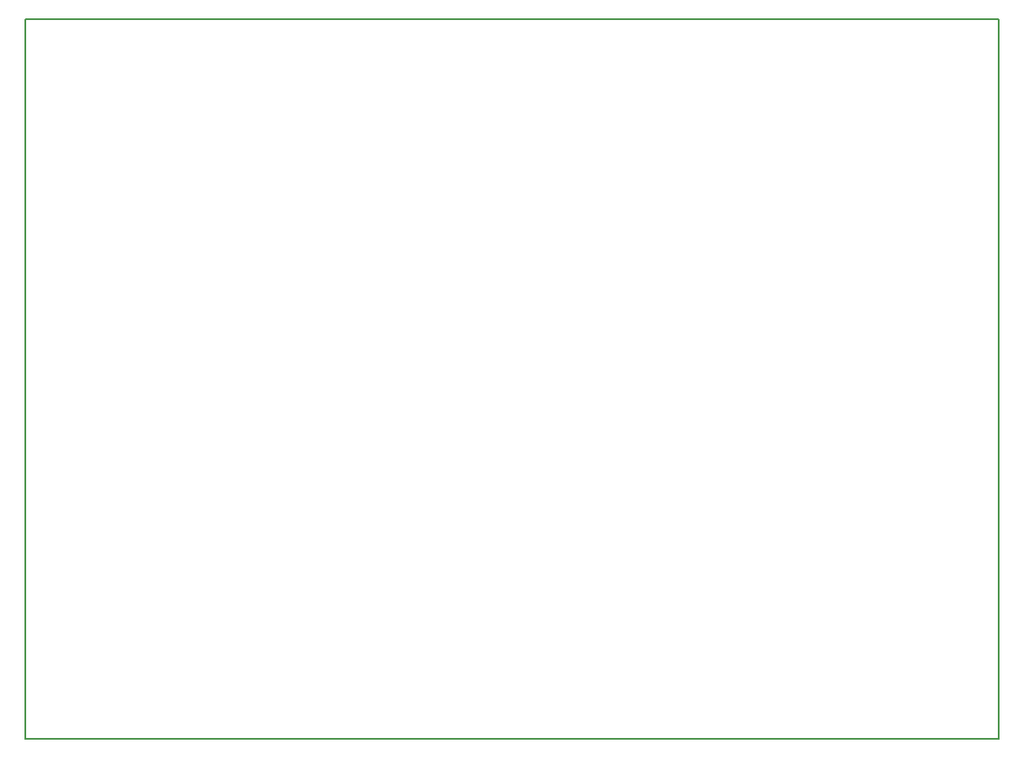
<source format=gbr>
G04 #@! TF.FileFunction,Profile,NP*
%FSLAX46Y46*%
G04 Gerber Fmt 4.6, Leading zero omitted, Abs format (unit mm)*
G04 Created by KiCad (PCBNEW 4.0.6) date 06/15/17 21:01:38*
%MOMM*%
%LPD*%
G01*
G04 APERTURE LIST*
%ADD10C,0.100000*%
%ADD11C,0.150000*%
G04 APERTURE END LIST*
D10*
D11*
X110000000Y-128000000D02*
X204500000Y-128000000D01*
X110000000Y-58000000D02*
X204500000Y-58000000D01*
X110000000Y-128000000D02*
X110000000Y-58000000D01*
X204500000Y-128000000D02*
X204500000Y-58000000D01*
M02*

</source>
